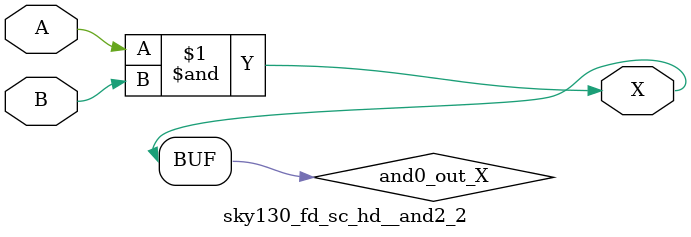
<source format=v>
/*
 * Copyright 2020 The SkyWater PDK Authors
 *
 * Licensed under the Apache License, Version 2.0 (the "License");
 * you may not use this file except in compliance with the License.
 * You may obtain a copy of the License at
 *
 *     https://www.apache.org/licenses/LICENSE-2.0
 *
 * Unless required by applicable law or agreed to in writing, software
 * distributed under the License is distributed on an "AS IS" BASIS,
 * WITHOUT WARRANTIES OR CONDITIONS OF ANY KIND, either express or implied.
 * See the License for the specific language governing permissions and
 * limitations under the License.
 *
 * SPDX-License-Identifier: Apache-2.0
*/


`ifndef SKY130_FD_SC_HD__AND2_2_FUNCTIONAL_V
`define SKY130_FD_SC_HD__AND2_2_FUNCTIONAL_V

/**
 * and2: 2-input AND.
 *
 * Verilog simulation functional model.
 */

`timescale 1ns / 1ps
`default_nettype none

`celldefine
module sky130_fd_sc_hd__and2_2 (
    X,
    A,
    B
);

    // Module ports
    output X;
    input  A;
    input  B;

    // Local signals
    wire and0_out_X;

    //  Name  Output      Other arguments
    and and0 (and0_out_X, A, B           );
    buf buf0 (X         , and0_out_X     );

endmodule
`endcelldefine

`default_nettype wire
`endif  // SKY130_FD_SC_HD__AND2_2_FUNCTIONAL_V

</source>
